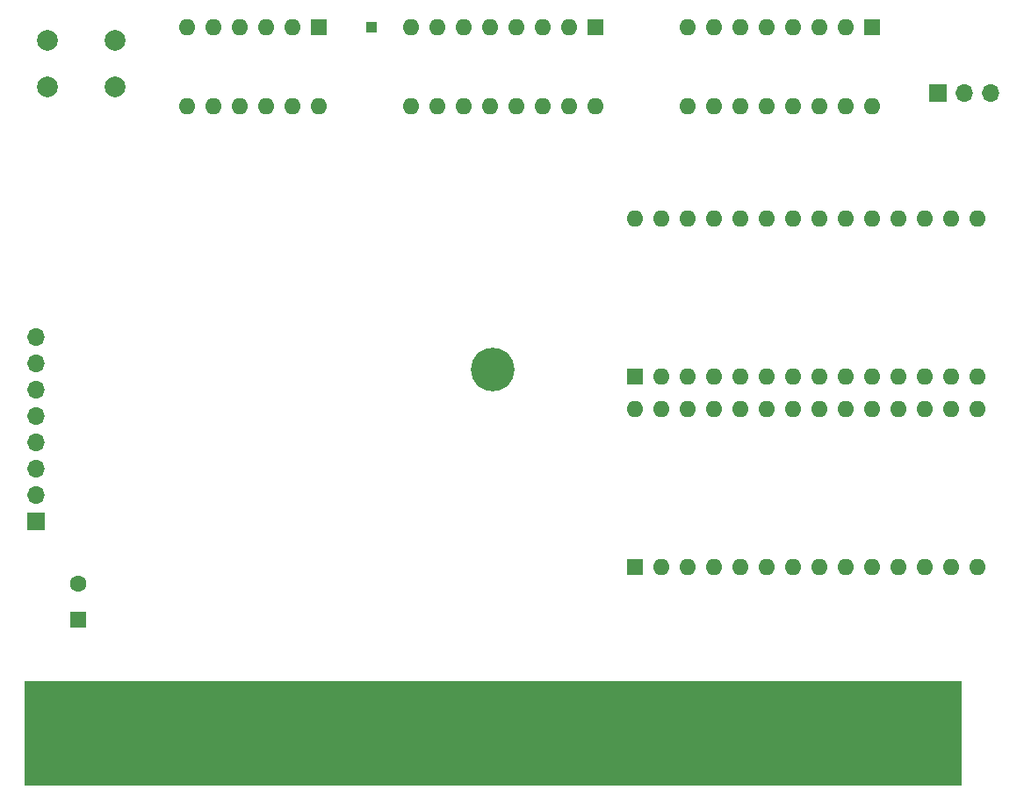
<source format=gbr>
%TF.GenerationSoftware,KiCad,Pcbnew,(5.1.10)-1*%
%TF.CreationDate,2022-08-27T20:58:22-04:00*%
%TF.ProjectId,VIC20HyperExpanderSMDRev3,56494332-3048-4797-9065-72457870616e,3*%
%TF.SameCoordinates,Original*%
%TF.FileFunction,Soldermask,Bot*%
%TF.FilePolarity,Negative*%
%FSLAX46Y46*%
G04 Gerber Fmt 4.6, Leading zero omitted, Abs format (unit mm)*
G04 Created by KiCad (PCBNEW (5.1.10)-1) date 2022-08-27 20:58:22*
%MOMM*%
%LPD*%
G01*
G04 APERTURE LIST*
%ADD10C,0.100000*%
%ADD11O,1.600000X1.600000*%
%ADD12R,1.600000X1.600000*%
%ADD13C,1.600000*%
%ADD14R,1.700000X1.700000*%
%ADD15O,1.700000X1.700000*%
%ADD16R,1.000000X1.000000*%
%ADD17C,2.000000*%
%ADD18C,4.200000*%
%ADD19R,2.250000X9.500000*%
G04 APERTURE END LIST*
D10*
%TO.C,X1*%
G36*
X92314000Y-123799600D02*
G01*
X182514000Y-123799600D01*
X182514000Y-113849600D01*
X92314000Y-113849600D01*
X92314000Y-123799600D01*
G37*
X92314000Y-123799600D02*
X182514000Y-123799600D01*
X182514000Y-113849600D01*
X92314000Y-113849600D01*
X92314000Y-123799600D01*
%TD*%
D11*
%TO.C,IC3*%
X151130000Y-87630000D03*
X184150000Y-102870000D03*
X153670000Y-87630000D03*
X181610000Y-102870000D03*
X156210000Y-87630000D03*
X179070000Y-102870000D03*
X158750000Y-87630000D03*
X176530000Y-102870000D03*
X161290000Y-87630000D03*
X173990000Y-102870000D03*
X163830000Y-87630000D03*
X171450000Y-102870000D03*
X166370000Y-87630000D03*
X168910000Y-102870000D03*
X168910000Y-87630000D03*
X166370000Y-102870000D03*
X171450000Y-87630000D03*
X163830000Y-102870000D03*
X173990000Y-87630000D03*
X161290000Y-102870000D03*
X176530000Y-87630000D03*
X158750000Y-102870000D03*
X179070000Y-87630000D03*
X156210000Y-102870000D03*
X181610000Y-87630000D03*
X153670000Y-102870000D03*
X184150000Y-87630000D03*
D12*
X151130000Y-102870000D03*
%TD*%
D11*
%TO.C,IC2*%
X151130000Y-69215000D03*
X184150000Y-84455000D03*
X153670000Y-69215000D03*
X181610000Y-84455000D03*
X156210000Y-69215000D03*
X179070000Y-84455000D03*
X158750000Y-69215000D03*
X176530000Y-84455000D03*
X161290000Y-69215000D03*
X173990000Y-84455000D03*
X163830000Y-69215000D03*
X171450000Y-84455000D03*
X166370000Y-69215000D03*
X168910000Y-84455000D03*
X168910000Y-69215000D03*
X166370000Y-84455000D03*
X171450000Y-69215000D03*
X163830000Y-84455000D03*
X173990000Y-69215000D03*
X161290000Y-84455000D03*
X176530000Y-69215000D03*
X158750000Y-84455000D03*
X179070000Y-69215000D03*
X156210000Y-84455000D03*
X181610000Y-69215000D03*
X153670000Y-84455000D03*
X184150000Y-69215000D03*
D12*
X151130000Y-84455000D03*
%TD*%
%TO.C,C1*%
X97472500Y-107950000D03*
D13*
X97472500Y-104450000D03*
%TD*%
D14*
%TO.C,JP1*%
X180340000Y-57150000D03*
D15*
X182880000Y-57150000D03*
X185420000Y-57150000D03*
%TD*%
D11*
%TO.C,SW2*%
X147320000Y-58420000D03*
X129540000Y-50800000D03*
X144780000Y-58420000D03*
X132080000Y-50800000D03*
X142240000Y-58420000D03*
X134620000Y-50800000D03*
X139700000Y-58420000D03*
X137160000Y-50800000D03*
X137160000Y-58420000D03*
X139700000Y-50800000D03*
X134620000Y-58420000D03*
X142240000Y-50800000D03*
X132080000Y-58420000D03*
X144780000Y-50800000D03*
X129540000Y-58420000D03*
D12*
X147320000Y-50800000D03*
%TD*%
%TO.C,SW3*%
X173990000Y-50800000D03*
D11*
X156210000Y-58420000D03*
X171450000Y-50800000D03*
X158750000Y-58420000D03*
X168910000Y-50800000D03*
X161290000Y-58420000D03*
X166370000Y-50800000D03*
X163830000Y-58420000D03*
X163830000Y-50800000D03*
X166370000Y-58420000D03*
X161290000Y-50800000D03*
X168910000Y-58420000D03*
X158750000Y-50800000D03*
X171450000Y-58420000D03*
X156210000Y-50800000D03*
X173990000Y-58420000D03*
%TD*%
D12*
%TO.C,SW4*%
X120650000Y-50800000D03*
D11*
X107950000Y-58420000D03*
X118110000Y-50800000D03*
X110490000Y-58420000D03*
X115570000Y-50800000D03*
X113030000Y-58420000D03*
X113030000Y-50800000D03*
X115570000Y-58420000D03*
X110490000Y-50800000D03*
X118110000Y-58420000D03*
X107950000Y-50800000D03*
X120650000Y-58420000D03*
%TD*%
D16*
%TO.C,J2*%
X125730000Y-50800000D03*
%TD*%
D14*
%TO.C,J1*%
X93345000Y-98425000D03*
D15*
X93345000Y-95885000D03*
X93345000Y-93345000D03*
X93345000Y-90805000D03*
X93345000Y-88265000D03*
X93345000Y-85725000D03*
X93345000Y-83185000D03*
X93345000Y-80645000D03*
%TD*%
D17*
%TO.C,SW1*%
X100965000Y-52015000D03*
X100965000Y-56515000D03*
X94465000Y-52015000D03*
X94465000Y-56515000D03*
%TD*%
D18*
%TO.C,X1*%
X137414000Y-83799600D03*
D19*
X127514000Y-118549600D03*
X175034000Y-118549600D03*
X159194000Y-118549600D03*
X123554000Y-118549600D03*
X155234000Y-118549600D03*
X167114000Y-118549600D03*
X171074000Y-118549600D03*
X147314000Y-118549600D03*
X163154000Y-118549600D03*
X143354000Y-118549600D03*
X119594000Y-118549600D03*
X131474000Y-118549600D03*
X115634000Y-118549600D03*
X99794000Y-118549600D03*
X151274000Y-118549600D03*
X107714000Y-118549600D03*
X103754000Y-118549600D03*
X139394000Y-118549600D03*
X135434000Y-118549600D03*
X111674000Y-118549600D03*
%TD*%
M02*

</source>
